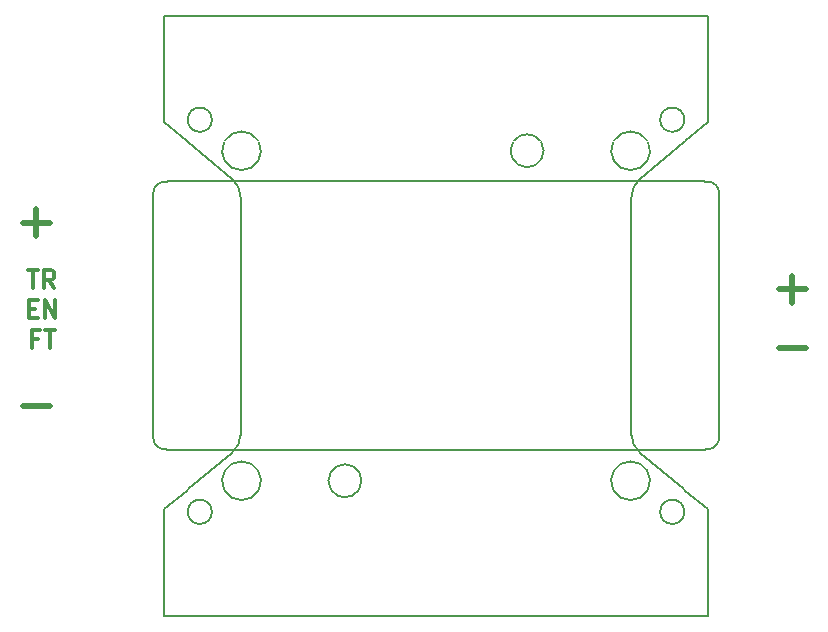
<source format=gbr>
G04 #@! TF.GenerationSoftware,KiCad,Pcbnew,(5.0.2)-1*
G04 #@! TF.CreationDate,2019-03-07T00:09:40-05:00*
G04 #@! TF.ProjectId,vicor-socket,7669636f-722d-4736-9f63-6b65742e6b69,rev?*
G04 #@! TF.SameCoordinates,Original*
G04 #@! TF.FileFunction,Legend,Top*
G04 #@! TF.FilePolarity,Positive*
%FSLAX46Y46*%
G04 Gerber Fmt 4.6, Leading zero omitted, Abs format (unit mm)*
G04 Created by KiCad (PCBNEW (5.0.2)-1) date 3/7/2019 12:09:40 AM*
%MOMM*%
%LPD*%
G01*
G04 APERTURE LIST*
%ADD10C,0.500000*%
%ADD11C,0.300000*%
%ADD12C,0.200000*%
G04 APERTURE END LIST*
D10*
X-4444857Y-19772285D02*
X-2159142Y-19772285D01*
X-4444857Y-4278285D02*
X-2159142Y-4278285D01*
X-3302000Y-5421142D02*
X-3302000Y-3135428D01*
D11*
X-3972571Y-8312571D02*
X-3115428Y-8312571D01*
X-3544000Y-9812571D02*
X-3544000Y-8312571D01*
X-1758285Y-9812571D02*
X-2258285Y-9098285D01*
X-2615428Y-9812571D02*
X-2615428Y-8312571D01*
X-2044000Y-8312571D01*
X-1901142Y-8384000D01*
X-1829714Y-8455428D01*
X-1758285Y-8598285D01*
X-1758285Y-8812571D01*
X-1829714Y-8955428D01*
X-1901142Y-9026857D01*
X-2044000Y-9098285D01*
X-2615428Y-9098285D01*
X-3901142Y-11576857D02*
X-3401142Y-11576857D01*
X-3186857Y-12362571D02*
X-3901142Y-12362571D01*
X-3901142Y-10862571D01*
X-3186857Y-10862571D01*
X-2544000Y-12362571D02*
X-2544000Y-10862571D01*
X-1686857Y-12362571D01*
X-1686857Y-10862571D01*
X-3151142Y-14126857D02*
X-3651142Y-14126857D01*
X-3651142Y-14912571D02*
X-3651142Y-13412571D01*
X-2936857Y-13412571D01*
X-2579714Y-13412571D02*
X-1722571Y-13412571D01*
X-2151142Y-14912571D02*
X-2151142Y-13412571D01*
D10*
X59563142Y-9906285D02*
X61848857Y-9906285D01*
X60706000Y-11049142D02*
X60706000Y-8763428D01*
X59563142Y-14906285D02*
X61848857Y-14906285D01*
D12*
G04 #@! TO.C,U1*
X7772800Y-738801D02*
X7772800Y-815001D01*
X7772800Y-23462601D02*
X7772800Y-23538801D01*
X53551000Y-815001D02*
G75*
G02X54516200Y-1780201I0J-965200D01*
G01*
X53347800Y-23538801D02*
X53347800Y-23462601D01*
X53347800Y-738801D02*
X7772800Y-738801D01*
X6604400Y-22497401D02*
X6604400Y-1780201D01*
X6604400Y-1780201D02*
G75*
G02X7569600Y-815001I965200J0D01*
G01*
X7772800Y-23538801D02*
X53347800Y-23538801D01*
X53551000Y-23462601D02*
X53347800Y-23462601D01*
X53347800Y-738801D02*
X53347800Y-815001D01*
X54516200Y-22497401D02*
X54516200Y-1780201D01*
X54516200Y-22497401D02*
G75*
G02X53551000Y-23462601I-965200J0D01*
G01*
X7569600Y-815001D02*
X7772800Y-815001D01*
X7569600Y-23462601D02*
G75*
G02X6604400Y-22497401I0J965200D01*
G01*
X7569600Y-23462601D02*
X7772800Y-23462601D01*
X53551000Y-815001D02*
X53347800Y-815001D01*
X47101000Y-22220193D02*
X47101000Y-2109809D01*
X9582940Y-26860001D02*
X9431587Y-26987001D01*
X7551000Y6339999D02*
X7551000Y6212999D01*
X51670413Y2656999D02*
X53551000Y4234999D01*
X51519060Y-26860001D02*
X47815425Y-23752282D01*
X53551000Y-28565001D02*
X51670413Y-26987001D01*
X53551000Y-37565001D02*
X53551000Y-30670001D01*
X23952999Y-26987001D02*
G75*
G02X21731201Y-26987001I-1110899J852000D01*
G01*
X53551000Y-30543001D02*
X53551000Y-28565001D01*
X7551000Y13234999D02*
X7551000Y6339999D01*
X47815425Y-577720D02*
X51519060Y2529999D01*
X13286575Y-23752282D02*
X9582940Y-26860001D01*
X51519060Y2529999D02*
X51670413Y2656999D01*
X12667991Y2656999D02*
G75*
G02X15494010Y2656999I1413009J-852000D01*
G01*
X47815425Y-23752282D02*
G75*
G02X47101000Y-22220193I1285575J1532089D01*
G01*
X7551000Y-37565001D02*
X53551000Y-37565001D01*
X15563186Y2529999D02*
G75*
G02X12598814Y2529999I-1482186J-725000D01*
G01*
X51670413Y-26987001D02*
X51519060Y-26860001D01*
X7551000Y-30670001D02*
X7551000Y-37565001D01*
X51576000Y-28765001D02*
G75*
G03X51576000Y-28765001I-1025000J0D01*
G01*
X53551000Y-30670001D02*
X53551000Y-30543001D01*
X9431587Y-26987001D02*
X7551000Y-28565001D01*
X45538814Y-26860001D02*
G75*
G02X48503186Y-26860001I1482186J725000D01*
G01*
X39457554Y2529999D02*
G75*
G02X37062246Y2529999I-1197654J-725000D01*
G01*
X53551000Y13234999D02*
X7551000Y13234999D01*
X53551000Y6212999D02*
X53551000Y6339999D01*
X45607991Y2656999D02*
G75*
G02X48434010Y2656999I1413009J-852000D01*
G01*
X47101000Y-2109809D02*
G75*
G02X47815425Y-577720I2000000J0D01*
G01*
X15494009Y-26987001D02*
G75*
G02X12667990Y-26987001I-1413009J852000D01*
G01*
X12598814Y-26860001D02*
G75*
G02X15563186Y-26860001I1482186J725000D01*
G01*
X48434009Y-26987001D02*
G75*
G02X45607990Y-26987001I-1413009J852000D01*
G01*
X21644446Y-26860001D02*
G75*
G02X24039754Y-26860001I1197654J725000D01*
G01*
X14001000Y-2109809D02*
X14001000Y-22220193D01*
X7551000Y6212999D02*
X7551000Y4234999D01*
X7551000Y-30543001D02*
X7551000Y-30670001D01*
X7551000Y-28565001D02*
X7551000Y-30543001D01*
X48503186Y2529999D02*
G75*
G02X45538814Y2529999I-1482186J-725000D01*
G01*
X37149001Y2656999D02*
G75*
G02X39370799Y2656999I1110899J-852000D01*
G01*
X11576000Y4434999D02*
G75*
G03X11576000Y4434999I-1025000J0D01*
G01*
X14001000Y-22220193D02*
G75*
G02X13286575Y-23752282I-2000000J0D01*
G01*
X51576000Y4434999D02*
G75*
G03X51576000Y4434999I-1025000J0D01*
G01*
X9582940Y2529999D02*
X13286575Y-577720D01*
X7551000Y4234999D02*
X9431587Y2656999D01*
X13286575Y-577720D02*
G75*
G02X14001000Y-2109809I-1285575J-1532089D01*
G01*
X9431587Y2656999D02*
X9582940Y2529999D01*
X11576000Y-28765001D02*
G75*
G03X11576000Y-28765001I-1025000J0D01*
G01*
X53551000Y6339999D02*
X53551000Y13234999D01*
X53551000Y4234999D02*
X53551000Y6212999D01*
G04 #@! TD*
M02*

</source>
